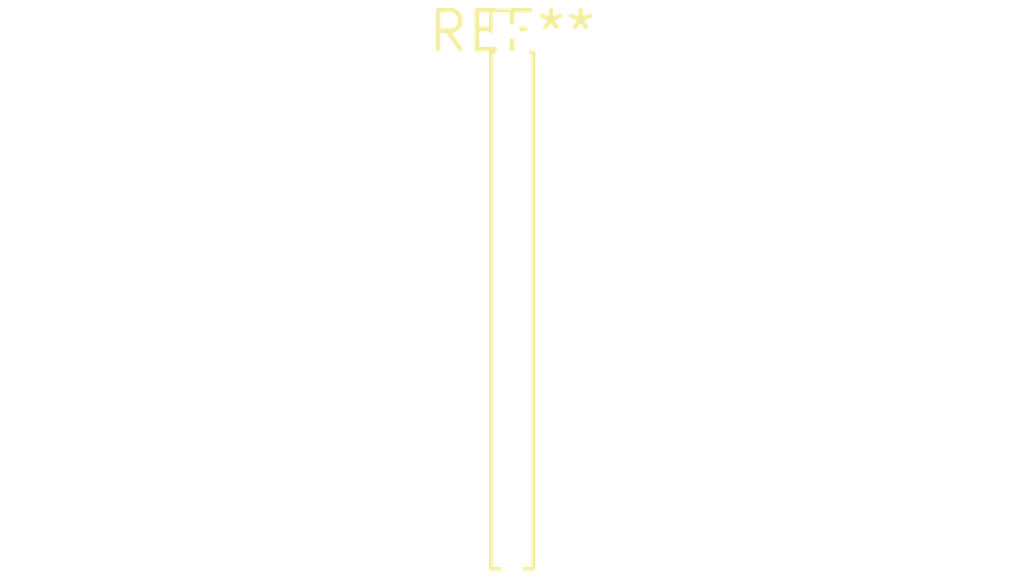
<source format=kicad_pcb>
(kicad_pcb (version 20240108) (generator pcbnew)
  (layers (0 "F.Cu" signal) (31 "B.Cu" signal) (34 "B.Paste" user) (35 "F.Paste" user) (36 "B.SilkS" user "B.Silkscreen") (37 "F.SilkS" user "F.Silkscreen") (38 "B.Mask" user) (39 "F.Mask" user) (44 "Edge.Cuts" user))
  (net 0 "")
  (footprint "PinHeader_1x18_P1.00mm_Vertical" (layer "F.Cu") (at 0 0)
    (property "Reference" "REF**")
    (property "Value" "PinHeader_1x18_P1.00mm_Vertical")
    (fp_line (start -0.695 -0.685) (end 0 -0.685) (layer "F.SilkS") (stroke (width 0.12)))
    (fp_line (start -0.695 0) (end -0.695 -0.685) (layer "F.SilkS") (stroke (width 0.12)))
    (fp_line (start -0.695 0.685) (end -0.695 17.56) (layer "F.SilkS") (stroke (width 0.12)))
    (fp_line (start -0.695 0.685) (end -0.608276 0.685) (layer "F.SilkS") (stroke (width 0.12)))
    (fp_line (start -0.695 17.56) (end -0.394493 17.56) (layer "F.SilkS") (stroke (width 0.12)))
    (fp_line (start 0.394493 17.56) (end 0.695 17.56) (layer "F.SilkS") (stroke (width 0.12)))
    (fp_line (start 0.608276 0.685) (end 0.695 0.685) (layer "F.SilkS") (stroke (width 0.12)))
    (fp_line (start 0.695 0.685) (end 0.695 17.56) (layer "F.SilkS") (stroke (width 0.12)))
    (pad "1" thru_hole rect (at 0 0) (size 0.85 0.85) (drill 0.5) (layers *.Cu *.Mask) (remove_unused_layers))
    (pad "2" thru_hole oval (at 0 1) (size 0.85 0.85) (drill 0.5) (layers *.Cu *.Mask) (remove_unused_layers))
    (pad "3" thru_hole oval (at 0 2) (size 0.85 0.85) (drill 0.5) (layers *.Cu *.Mask) (remove_unused_layers))
    (pad "4" thru_hole oval (at 0 3) (size 0.85 0.85) (drill 0.5) (layers *.Cu *.Mask) (remove_unused_layers))
    (pad "5" thru_hole oval (at 0 4) (size 0.85 0.85) (drill 0.5) (layers *.Cu *.Mask) (remove_unused_layers))
    (pad "6" thru_hole oval (at 0 5) (size 0.85 0.85) (drill 0.5) (layers *.Cu *.Mask) (remove_unused_layers))
    (pad "7" thru_hole oval (at 0 6) (size 0.85 0.85) (drill 0.5) (layers *.Cu *.Mask) (remove_unused_layers))
    (pad "8" thru_hole oval (at 0 7) (size 0.85 0.85) (drill 0.5) (layers *.Cu *.Mask) (remove_unused_layers))
    (pad "9" thru_hole oval (at 0 8) (size 0.85 0.85) (drill 0.5) (layers *.Cu *.Mask) (remove_unused_layers))
    (pad "10" thru_hole oval (at 0 9) (size 0.85 0.85) (drill 0.5) (layers *.Cu *.Mask) (remove_unused_layers))
    (pad "11" thru_hole oval (at 0 10) (size 0.85 0.85) (drill 0.5) (layers *.Cu *.Mask) (remove_unused_layers))
    (pad "12" thru_hole oval (at 0 11) (size 0.85 0.85) (drill 0.5) (layers *.Cu *.Mask) (remove_unused_layers))
    (pad "13" thru_hole oval (at 0 12) (size 0.85 0.85) (drill 0.5) (layers *.Cu *.Mask) (remove_unused_layers))
    (pad "14" thru_hole oval (at 0 13) (size 0.85 0.85) (drill 0.5) (layers *.Cu *.Mask) (remove_unused_layers))
    (pad "15" thru_hole oval (at 0 14) (size 0.85 0.85) (drill 0.5) (layers *.Cu *.Mask) (remove_unused_layers))
    (pad "16" thru_hole oval (at 0 15) (size 0.85 0.85) (drill 0.5) (layers *.Cu *.Mask) (remove_unused_layers))
    (pad "17" thru_hole oval (at 0 16) (size 0.85 0.85) (drill 0.5) (layers *.Cu *.Mask) (remove_unused_layers))
    (pad "18" thru_hole oval (at 0 17) (size 0.85 0.85) (drill 0.5) (layers *.Cu *.Mask) (remove_unused_layers))
  )
)
</source>
